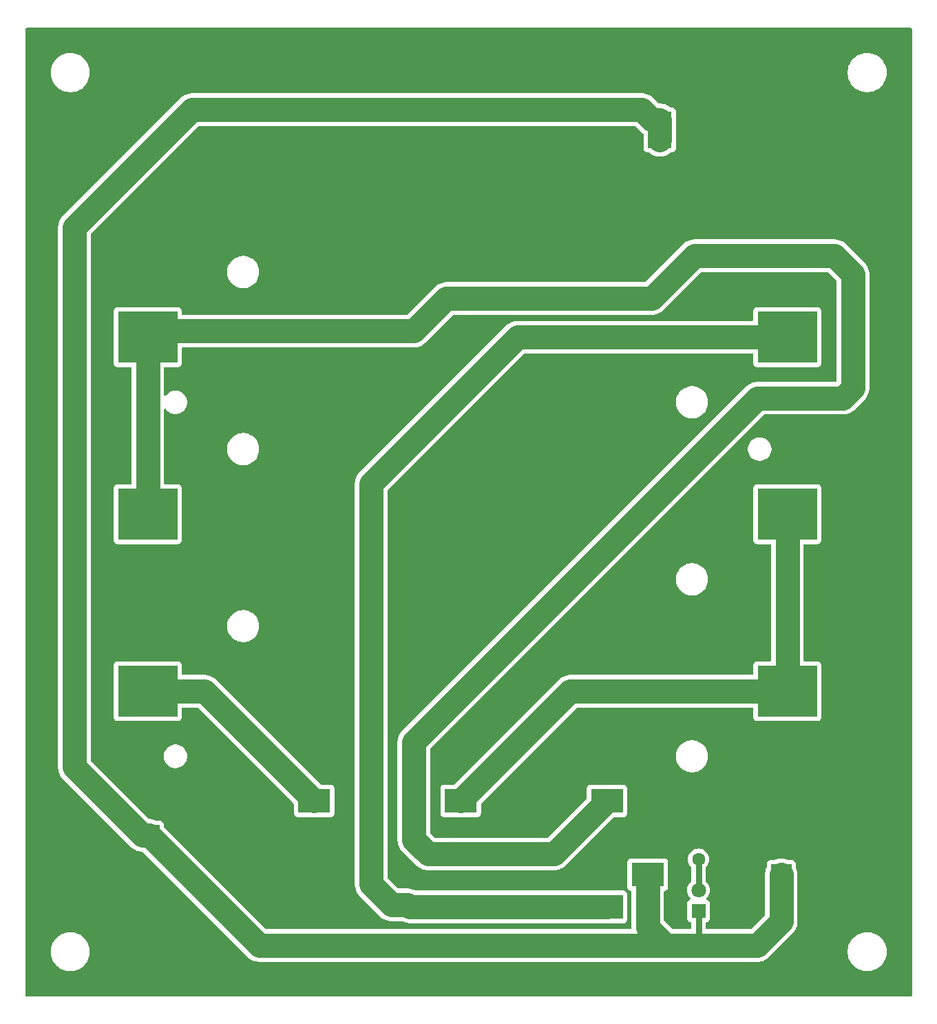
<source format=gbr>
%TF.GenerationSoftware,KiCad,Pcbnew,8.0.5*%
%TF.CreationDate,2024-11-10T22:21:36+02:00*%
%TF.ProjectId,PowerBoard,506f7765-7242-46f6-9172-642e6b696361,rev?*%
%TF.SameCoordinates,Original*%
%TF.FileFunction,Copper,L2,Bot*%
%TF.FilePolarity,Positive*%
%FSLAX46Y46*%
G04 Gerber Fmt 4.6, Leading zero omitted, Abs format (unit mm)*
G04 Created by KiCad (PCBNEW 8.0.5) date 2024-11-10 22:21:36*
%MOMM*%
%LPD*%
G01*
G04 APERTURE LIST*
%TA.AperFunction,ComponentPad*%
%ADD10R,2.600000X2.600000*%
%TD*%
%TA.AperFunction,ComponentPad*%
%ADD11C,2.600000*%
%TD*%
%TA.AperFunction,ComponentPad*%
%ADD12R,4.000000X3.000000*%
%TD*%
%TA.AperFunction,ComponentPad*%
%ADD13R,1.800000X1.800000*%
%TD*%
%TA.AperFunction,ComponentPad*%
%ADD14C,1.800000*%
%TD*%
%TA.AperFunction,ComponentPad*%
%ADD15C,1.600000*%
%TD*%
%TA.AperFunction,ComponentPad*%
%ADD16O,1.600000X1.600000*%
%TD*%
%TA.AperFunction,ComponentPad*%
%ADD17R,3.000000X2.000000*%
%TD*%
%TA.AperFunction,SMDPad,CuDef*%
%ADD18R,7.340000X6.350000*%
%TD*%
%TA.AperFunction,Conductor*%
%ADD19C,3.000000*%
%TD*%
%TA.AperFunction,Conductor*%
%ADD20C,0.800000*%
%TD*%
G04 APERTURE END LIST*
D10*
%TO.P,OUUTPUT 12V,1,Pin_1*%
%TO.N,+12V*%
X88195000Y-131705000D03*
D11*
%TO.P,OUUTPUT 12V,2,Pin_2*%
%TO.N,GND*%
X88195000Y-136785000D03*
%TD*%
D10*
%TO.P,INPUT 12V,1,Pin_1*%
%TO.N,+12V*%
X165935000Y-136545000D03*
D11*
%TO.P,INPUT 12V,2,Pin_2*%
%TO.N,GND*%
X165935000Y-131465000D03*
%TD*%
D12*
%TO.P,BMS_3S1,1,B-*%
%TO.N,Net-(BMS_3S1-B-)*%
X144500000Y-140500000D03*
%TO.P,BMS_3S1,2,B1*%
%TO.N,Net-(BMS_3S1-B1)*%
X144500000Y-127500000D03*
%TO.P,BMS_3S1,3,B2*%
%TO.N,Net-(BMS_3S1-B2)*%
X126500000Y-127500000D03*
%TO.P,BMS_3S1,4,B+*%
%TO.N,Net-(BMS_3S1-B+)*%
X108500000Y-127500000D03*
%TO.P,BMS_3S1,5,P-*%
%TO.N,GND*%
X149500000Y-131460000D03*
%TO.P,BMS_3S1,6,P+*%
%TO.N,+12V*%
X149500000Y-136540000D03*
%TD*%
D13*
%TO.P,D1,1,A*%
%TO.N,+12V*%
X155750000Y-141000000D03*
D14*
%TO.P,D1,2,K*%
%TO.N,Net-(D1-K)*%
X155750000Y-138460000D03*
%TD*%
D15*
%TO.P,R1,1*%
%TO.N,Net-(D1-K)*%
X155750000Y-134645000D03*
D16*
%TO.P,R1,2*%
%TO.N,GND*%
X155750000Y-127025000D03*
%TD*%
D17*
%TO.P,DC_DC_STEP_DWON_12V-5V1,1,in+*%
%TO.N,+12V*%
X151000000Y-43800000D03*
X151000000Y-46300000D03*
%TO.P,DC_DC_STEP_DWON_12V-5V1,2,in-*%
%TO.N,GND*%
X151000000Y-53700000D03*
X151000000Y-56200000D03*
%TD*%
D18*
%TO.P,BT3,1,+*%
%TO.N,Net-(BMS_3S1-B+)*%
X88020000Y-114000000D03*
%TO.P,BT3,2,-*%
%TO.N,Net-(BMS_3S1-B2)*%
X166680000Y-114000000D03*
%TD*%
%TO.P,BT2,1,+*%
%TO.N,Net-(BMS_3S1-B2)*%
X166680000Y-92250000D03*
%TO.P,BT2,2,-*%
%TO.N,Net-(BMS_3S1-B1)*%
X88020000Y-92250000D03*
%TD*%
%TO.P,BT1,1,+*%
%TO.N,Net-(BMS_3S1-B1)*%
X88020000Y-70500000D03*
%TO.P,BT1,2,-*%
%TO.N,Net-(BMS_3S1-B-)*%
X166680000Y-70500000D03*
%TD*%
D19*
%TO.N,Net-(BMS_3S1-B1)*%
X138000000Y-134000000D02*
X144500000Y-127500000D01*
X163000000Y-78000000D02*
X120750000Y-120250000D01*
X88020000Y-92250000D02*
X88020000Y-70500000D01*
X174750000Y-76750000D02*
X173500000Y-78000000D01*
X172500000Y-60500000D02*
X174750000Y-62750000D01*
X174750000Y-62750000D02*
X174750000Y-76750000D01*
X120750000Y-69750000D02*
X124750000Y-65750000D01*
X122500000Y-134000000D02*
X138000000Y-134000000D01*
X120750000Y-120250000D02*
X120750000Y-132250000D01*
X88020000Y-70500000D02*
X88770000Y-69750000D01*
X120750000Y-132250000D02*
X122500000Y-134000000D01*
X124750000Y-65750000D02*
X150000000Y-65750000D01*
X150000000Y-65750000D02*
X155250000Y-60500000D01*
X155250000Y-60500000D02*
X172500000Y-60500000D01*
X173500000Y-78000000D02*
X163000000Y-78000000D01*
X88770000Y-69750000D02*
X120750000Y-69750000D01*
%TO.N,Net-(BMS_3S1-B-)*%
X118000000Y-140250000D02*
X120000000Y-140250000D01*
X120000000Y-140250000D02*
X120250000Y-140500000D01*
X115500000Y-137750000D02*
X118000000Y-140250000D01*
X166680000Y-70500000D02*
X133500000Y-70500000D01*
X120250000Y-140500000D02*
X144500000Y-140500000D01*
X115500000Y-88500000D02*
X115500000Y-137750000D01*
X133500000Y-70500000D02*
X115500000Y-88500000D01*
%TO.N,Net-(BMS_3S1-B2)*%
X126500000Y-127500000D02*
X140000000Y-114000000D01*
X166680000Y-92250000D02*
X166680000Y-114000000D01*
X140000000Y-114000000D02*
X166680000Y-114000000D01*
%TO.N,Net-(BMS_3S1-B+)*%
X88020000Y-114000000D02*
X95000000Y-114000000D01*
X95000000Y-114000000D02*
X108500000Y-127500000D01*
%TO.N,+12V*%
X151750000Y-145250000D02*
X154000000Y-145250000D01*
X165935000Y-142315000D02*
X165935000Y-136545000D01*
X101740000Y-145250000D02*
X154000000Y-145250000D01*
X151000000Y-46300000D02*
X151000000Y-43800000D01*
X163000000Y-145250000D02*
X165935000Y-142315000D01*
X156500000Y-145250000D02*
X163000000Y-145250000D01*
X148800000Y-42550000D02*
X150050000Y-43800000D01*
X149500000Y-136540000D02*
X149500000Y-143000000D01*
X79000000Y-57000000D02*
X79000000Y-123347359D01*
X149500000Y-143000000D02*
X151750000Y-145250000D01*
X93450000Y-42550000D02*
X148800000Y-42550000D01*
X150050000Y-43800000D02*
X151000000Y-43800000D01*
D20*
X155750000Y-144500000D02*
X156500000Y-145250000D01*
D19*
X154000000Y-145250000D02*
X156500000Y-145250000D01*
X79000000Y-123347359D02*
X87357641Y-131705000D01*
X79000000Y-57000000D02*
X93450000Y-42550000D01*
D20*
X155750000Y-141000000D02*
X155750000Y-144500000D01*
D19*
X87357641Y-131705000D02*
X88195000Y-131705000D01*
X88195000Y-131705000D02*
X101740000Y-145250000D01*
D20*
%TO.N,Net-(D1-K)*%
X155750000Y-138460000D02*
X155750000Y-134645000D01*
%TD*%
%TA.AperFunction,Conductor*%
%TO.N,GND*%
G36*
X181942539Y-32520185D02*
G01*
X181988294Y-32572989D01*
X181999500Y-32624500D01*
X181999500Y-151375500D01*
X181979815Y-151442539D01*
X181927011Y-151488294D01*
X181875500Y-151499500D01*
X73124500Y-151499500D01*
X73057461Y-151479815D01*
X73011706Y-151427011D01*
X73000500Y-151375500D01*
X73000500Y-145865186D01*
X76099500Y-145865186D01*
X76099500Y-146134813D01*
X76129686Y-146402719D01*
X76129688Y-146402731D01*
X76189684Y-146665594D01*
X76189687Y-146665602D01*
X76278734Y-146920082D01*
X76395714Y-147162994D01*
X76395716Y-147162997D01*
X76539162Y-147391289D01*
X76707266Y-147602085D01*
X76897915Y-147792734D01*
X77108711Y-147960838D01*
X77337003Y-148104284D01*
X77579921Y-148221267D01*
X77771049Y-148288145D01*
X77834397Y-148310312D01*
X77834405Y-148310315D01*
X77834408Y-148310315D01*
X77834409Y-148310316D01*
X78097268Y-148370312D01*
X78365187Y-148400499D01*
X78365188Y-148400500D01*
X78365191Y-148400500D01*
X78634812Y-148400500D01*
X78634812Y-148400499D01*
X78902732Y-148370312D01*
X79165591Y-148310316D01*
X79420079Y-148221267D01*
X79662997Y-148104284D01*
X79891289Y-147960838D01*
X80102085Y-147792734D01*
X80292734Y-147602085D01*
X80460838Y-147391289D01*
X80604284Y-147162997D01*
X80721267Y-146920079D01*
X80810316Y-146665591D01*
X80870312Y-146402732D01*
X80900500Y-146134809D01*
X80900500Y-145865191D01*
X80870312Y-145597268D01*
X80810316Y-145334409D01*
X80721267Y-145079921D01*
X80604284Y-144837003D01*
X80460838Y-144608711D01*
X80292734Y-144397915D01*
X80102085Y-144207266D01*
X79891289Y-144039162D01*
X79662997Y-143895716D01*
X79662994Y-143895714D01*
X79420082Y-143778734D01*
X79165602Y-143689687D01*
X79165594Y-143689684D01*
X78968446Y-143644687D01*
X78902732Y-143629688D01*
X78902728Y-143629687D01*
X78902719Y-143629686D01*
X78634813Y-143599500D01*
X78634809Y-143599500D01*
X78365191Y-143599500D01*
X78365186Y-143599500D01*
X78097280Y-143629686D01*
X78097268Y-143629688D01*
X77834405Y-143689684D01*
X77834397Y-143689687D01*
X77579917Y-143778734D01*
X77337005Y-143895714D01*
X77108712Y-144039161D01*
X76897915Y-144207265D01*
X76707265Y-144397915D01*
X76539161Y-144608712D01*
X76395714Y-144837005D01*
X76278734Y-145079917D01*
X76189687Y-145334397D01*
X76189684Y-145334405D01*
X76129688Y-145597268D01*
X76129686Y-145597280D01*
X76099500Y-145865186D01*
X73000500Y-145865186D01*
X73000500Y-56868872D01*
X76999500Y-56868872D01*
X76999500Y-123478486D01*
X77016615Y-123608477D01*
X77016615Y-123608478D01*
X77033728Y-123738473D01*
X77088182Y-123941698D01*
X77101599Y-123991771D01*
X77101600Y-123991774D01*
X77201954Y-124234049D01*
X77201958Y-124234059D01*
X77333073Y-124461157D01*
X77333076Y-124461162D01*
X77402388Y-124551490D01*
X77492715Y-124669208D01*
X77492721Y-124669215D01*
X86035782Y-133212276D01*
X86035787Y-133212280D01*
X86035790Y-133212283D01*
X86081465Y-133247330D01*
X86081466Y-133247332D01*
X86243838Y-133371924D01*
X86464099Y-133499091D01*
X86470944Y-133503043D01*
X86713222Y-133603398D01*
X86966525Y-133671271D01*
X87096523Y-133688385D01*
X87226521Y-133705500D01*
X87315004Y-133705500D01*
X87382043Y-133725185D01*
X87402685Y-133741819D01*
X100418143Y-146757278D01*
X100418150Y-146757284D01*
X100535868Y-146847611D01*
X100535869Y-146847612D01*
X100626186Y-146916916D01*
X100626189Y-146916918D01*
X100626197Y-146916924D01*
X100762460Y-146995595D01*
X100853299Y-147048041D01*
X100853314Y-147048048D01*
X100957721Y-147091294D01*
X101095581Y-147148398D01*
X101348885Y-147216271D01*
X101461766Y-147231130D01*
X101461767Y-147231131D01*
X101461768Y-147231131D01*
X101608880Y-147250500D01*
X163131113Y-147250500D01*
X163131120Y-147250500D01*
X163261118Y-147233385D01*
X163391116Y-147216271D01*
X163644419Y-147148398D01*
X163886697Y-147048043D01*
X164113803Y-146916924D01*
X164204131Y-146847611D01*
X164321851Y-146757283D01*
X165213948Y-145865186D01*
X174099500Y-145865186D01*
X174099500Y-146134813D01*
X174129686Y-146402719D01*
X174129688Y-146402731D01*
X174189684Y-146665594D01*
X174189687Y-146665602D01*
X174278734Y-146920082D01*
X174395714Y-147162994D01*
X174395716Y-147162997D01*
X174539162Y-147391289D01*
X174707266Y-147602085D01*
X174897915Y-147792734D01*
X175108711Y-147960838D01*
X175337003Y-148104284D01*
X175579921Y-148221267D01*
X175771049Y-148288145D01*
X175834397Y-148310312D01*
X175834405Y-148310315D01*
X175834408Y-148310315D01*
X175834409Y-148310316D01*
X176097268Y-148370312D01*
X176365187Y-148400499D01*
X176365188Y-148400500D01*
X176365191Y-148400500D01*
X176634812Y-148400500D01*
X176634812Y-148400499D01*
X176902732Y-148370312D01*
X177165591Y-148310316D01*
X177420079Y-148221267D01*
X177662997Y-148104284D01*
X177891289Y-147960838D01*
X178102085Y-147792734D01*
X178292734Y-147602085D01*
X178460838Y-147391289D01*
X178604284Y-147162997D01*
X178721267Y-146920079D01*
X178810316Y-146665591D01*
X178870312Y-146402732D01*
X178900500Y-146134809D01*
X178900500Y-145865191D01*
X178870312Y-145597268D01*
X178810316Y-145334409D01*
X178721267Y-145079921D01*
X178604284Y-144837003D01*
X178460838Y-144608711D01*
X178292734Y-144397915D01*
X178102085Y-144207266D01*
X177891289Y-144039162D01*
X177662997Y-143895716D01*
X177662994Y-143895714D01*
X177420082Y-143778734D01*
X177165602Y-143689687D01*
X177165594Y-143689684D01*
X176968446Y-143644687D01*
X176902732Y-143629688D01*
X176902728Y-143629687D01*
X176902719Y-143629686D01*
X176634813Y-143599500D01*
X176634809Y-143599500D01*
X176365191Y-143599500D01*
X176365186Y-143599500D01*
X176097280Y-143629686D01*
X176097268Y-143629688D01*
X175834405Y-143689684D01*
X175834397Y-143689687D01*
X175579917Y-143778734D01*
X175337005Y-143895714D01*
X175108712Y-144039161D01*
X174897915Y-144207265D01*
X174707265Y-144397915D01*
X174539161Y-144608712D01*
X174395714Y-144837005D01*
X174278734Y-145079917D01*
X174189687Y-145334397D01*
X174189684Y-145334405D01*
X174129688Y-145597268D01*
X174129686Y-145597280D01*
X174099500Y-145865186D01*
X165213948Y-145865186D01*
X167442283Y-143636851D01*
X167584157Y-143451957D01*
X167601924Y-143428803D01*
X167733043Y-143201697D01*
X167833398Y-142959419D01*
X167857658Y-142868880D01*
X167901271Y-142706115D01*
X167916131Y-142593232D01*
X167935500Y-142446120D01*
X167935500Y-136413880D01*
X167901270Y-136153884D01*
X167833398Y-135900581D01*
X167832494Y-135898398D01*
X167744938Y-135687019D01*
X167735499Y-135639566D01*
X167735499Y-135197129D01*
X167735498Y-135197123D01*
X167735497Y-135197116D01*
X167729091Y-135137517D01*
X167711926Y-135091496D01*
X167678797Y-135002671D01*
X167678793Y-135002664D01*
X167592547Y-134887455D01*
X167592544Y-134887452D01*
X167477335Y-134801206D01*
X167477328Y-134801202D01*
X167342482Y-134750908D01*
X167342483Y-134750908D01*
X167282883Y-134744501D01*
X167282881Y-134744500D01*
X167282873Y-134744500D01*
X167282865Y-134744500D01*
X166840430Y-134744500D01*
X166792977Y-134735061D01*
X166579419Y-134646602D01*
X166326116Y-134578730D01*
X166268339Y-134571123D01*
X166066127Y-134544500D01*
X166066120Y-134544500D01*
X165803880Y-134544500D01*
X165803872Y-134544500D01*
X165572772Y-134574926D01*
X165543884Y-134578730D01*
X165296567Y-134644998D01*
X165290581Y-134646602D01*
X165290565Y-134646607D01*
X165077019Y-134735061D01*
X165029567Y-134744500D01*
X164587129Y-134744500D01*
X164587123Y-134744501D01*
X164527516Y-134750908D01*
X164392671Y-134801202D01*
X164392664Y-134801206D01*
X164277455Y-134887452D01*
X164277452Y-134887455D01*
X164191206Y-135002664D01*
X164191202Y-135002671D01*
X164140908Y-135137517D01*
X164134501Y-135197116D01*
X164134501Y-135197123D01*
X164134500Y-135197135D01*
X164134500Y-135639568D01*
X164125061Y-135687021D01*
X164036605Y-135900571D01*
X164036602Y-135900581D01*
X163968730Y-136153885D01*
X163934500Y-136413872D01*
X163934500Y-141435004D01*
X163914815Y-141502043D01*
X163898181Y-141522685D01*
X162207685Y-143213181D01*
X162146362Y-143246666D01*
X162120004Y-143249500D01*
X156774500Y-143249500D01*
X156707461Y-143229815D01*
X156661706Y-143177011D01*
X156650500Y-143125500D01*
X156650500Y-142516976D01*
X156670185Y-142449937D01*
X156722989Y-142404182D01*
X156750135Y-142396736D01*
X156749932Y-142395876D01*
X156757479Y-142394092D01*
X156757481Y-142394091D01*
X156757483Y-142394091D01*
X156892331Y-142343796D01*
X157007546Y-142257546D01*
X157093796Y-142142331D01*
X157144091Y-142007483D01*
X157150500Y-141947873D01*
X157150499Y-140052128D01*
X157144091Y-139992517D01*
X157093796Y-139857669D01*
X157093795Y-139857668D01*
X157093793Y-139857664D01*
X157007547Y-139742455D01*
X157007544Y-139742452D01*
X156892335Y-139656206D01*
X156892328Y-139656202D01*
X156812094Y-139626277D01*
X156756160Y-139584406D01*
X156731743Y-139518941D01*
X156746595Y-139450668D01*
X156764190Y-139426121D01*
X156858979Y-139323153D01*
X156985924Y-139128849D01*
X157079157Y-138916300D01*
X157136134Y-138691305D01*
X157140659Y-138636697D01*
X157155300Y-138460006D01*
X157155300Y-138459993D01*
X157136135Y-138228702D01*
X157136133Y-138228691D01*
X157079157Y-138003699D01*
X156985924Y-137791151D01*
X156858983Y-137596852D01*
X156858980Y-137596849D01*
X156858979Y-137596847D01*
X156701784Y-137426087D01*
X156698336Y-137423403D01*
X156657524Y-137366692D01*
X156650500Y-137325551D01*
X156650500Y-135635048D01*
X156670185Y-135568009D01*
X156686814Y-135547371D01*
X156750047Y-135484139D01*
X156880568Y-135297734D01*
X156976739Y-135091496D01*
X157035635Y-134871692D01*
X157055468Y-134645000D01*
X157035635Y-134418308D01*
X156976739Y-134198504D01*
X156880568Y-133992266D01*
X156750047Y-133805861D01*
X156750045Y-133805858D01*
X156589141Y-133644954D01*
X156402734Y-133514432D01*
X156402732Y-133514431D01*
X156196497Y-133418261D01*
X156196488Y-133418258D01*
X155976697Y-133359366D01*
X155976693Y-133359365D01*
X155976692Y-133359365D01*
X155976691Y-133359364D01*
X155976686Y-133359364D01*
X155750002Y-133339532D01*
X155749998Y-133339532D01*
X155523313Y-133359364D01*
X155523302Y-133359366D01*
X155303511Y-133418258D01*
X155303502Y-133418261D01*
X155097267Y-133514431D01*
X155097265Y-133514432D01*
X154910858Y-133644954D01*
X154749954Y-133805858D01*
X154619432Y-133992265D01*
X154619431Y-133992267D01*
X154523261Y-134198502D01*
X154523258Y-134198511D01*
X154464366Y-134418302D01*
X154464364Y-134418313D01*
X154444532Y-134644998D01*
X154444532Y-134645001D01*
X154464364Y-134871686D01*
X154464366Y-134871697D01*
X154523258Y-135091488D01*
X154523261Y-135091497D01*
X154619431Y-135297732D01*
X154619432Y-135297734D01*
X154749951Y-135484137D01*
X154749952Y-135484138D01*
X154749953Y-135484139D01*
X154813182Y-135547368D01*
X154846666Y-135608689D01*
X154849500Y-135635048D01*
X154849500Y-137325551D01*
X154829815Y-137392590D01*
X154801664Y-137423403D01*
X154798219Y-137426084D01*
X154641016Y-137596852D01*
X154514075Y-137791151D01*
X154420842Y-138003699D01*
X154363866Y-138228691D01*
X154363864Y-138228702D01*
X154344700Y-138459993D01*
X154344700Y-138460006D01*
X154363864Y-138691297D01*
X154363866Y-138691308D01*
X154420842Y-138916300D01*
X154514075Y-139128848D01*
X154641016Y-139323147D01*
X154641019Y-139323151D01*
X154641021Y-139323153D01*
X154735803Y-139426114D01*
X154766724Y-139488767D01*
X154758864Y-139558193D01*
X154714716Y-139612348D01*
X154687906Y-139626277D01*
X154607669Y-139656203D01*
X154607664Y-139656206D01*
X154492455Y-139742452D01*
X154492452Y-139742455D01*
X154406206Y-139857664D01*
X154406202Y-139857671D01*
X154355908Y-139992517D01*
X154349501Y-140052116D01*
X154349501Y-140052123D01*
X154349500Y-140052135D01*
X154349500Y-141947870D01*
X154349501Y-141947876D01*
X154355908Y-142007483D01*
X154406202Y-142142328D01*
X154406206Y-142142335D01*
X154492452Y-142257544D01*
X154492455Y-142257547D01*
X154607664Y-142343793D01*
X154607671Y-142343797D01*
X154742517Y-142394091D01*
X154750062Y-142395874D01*
X154749523Y-142398151D01*
X154803287Y-142420408D01*
X154843147Y-142477793D01*
X154849500Y-142516975D01*
X154849500Y-143125500D01*
X154829815Y-143192539D01*
X154777011Y-143238294D01*
X154725500Y-143249500D01*
X152629996Y-143249500D01*
X152562957Y-143229815D01*
X152542315Y-143213181D01*
X151536819Y-142207685D01*
X151503334Y-142146362D01*
X151500500Y-142120004D01*
X151500500Y-138656976D01*
X151520185Y-138589937D01*
X151572989Y-138544182D01*
X151600135Y-138536736D01*
X151599932Y-138535876D01*
X151607479Y-138534092D01*
X151607481Y-138534091D01*
X151607483Y-138534091D01*
X151742331Y-138483796D01*
X151857546Y-138397546D01*
X151943796Y-138282331D01*
X151994091Y-138147483D01*
X152000500Y-138087873D01*
X152000499Y-134992128D01*
X151994091Y-134932517D01*
X151945114Y-134801204D01*
X151943797Y-134797671D01*
X151943793Y-134797664D01*
X151857547Y-134682455D01*
X151857544Y-134682452D01*
X151742335Y-134596206D01*
X151742328Y-134596202D01*
X151607482Y-134545908D01*
X151607483Y-134545908D01*
X151547883Y-134539501D01*
X151547881Y-134539500D01*
X151547873Y-134539500D01*
X149631123Y-134539500D01*
X149631120Y-134539500D01*
X149368880Y-134539500D01*
X149368875Y-134539500D01*
X147452129Y-134539500D01*
X147452123Y-134539501D01*
X147392516Y-134545908D01*
X147257671Y-134596202D01*
X147257664Y-134596206D01*
X147142455Y-134682452D01*
X147142452Y-134682455D01*
X147056206Y-134797664D01*
X147056202Y-134797671D01*
X147005908Y-134932517D01*
X146999501Y-134992116D01*
X146999501Y-134992123D01*
X146999500Y-134992135D01*
X146999500Y-138087870D01*
X146999501Y-138087876D01*
X147005908Y-138147483D01*
X147056202Y-138282328D01*
X147056206Y-138282335D01*
X147142452Y-138397544D01*
X147142455Y-138397547D01*
X147257664Y-138483793D01*
X147257671Y-138483797D01*
X147392517Y-138534091D01*
X147400062Y-138535874D01*
X147399523Y-138538151D01*
X147453287Y-138560408D01*
X147493147Y-138617793D01*
X147499500Y-138656975D01*
X147499500Y-143125500D01*
X147479815Y-143192539D01*
X147427011Y-143238294D01*
X147375500Y-143249500D01*
X102619996Y-143249500D01*
X102552957Y-143229815D01*
X102532315Y-143213181D01*
X90031818Y-130712684D01*
X89998333Y-130651361D01*
X89995499Y-130625003D01*
X89995499Y-130357129D01*
X89995498Y-130357123D01*
X89989091Y-130297516D01*
X89938797Y-130162671D01*
X89938793Y-130162664D01*
X89852547Y-130047455D01*
X89852544Y-130047452D01*
X89737335Y-129961206D01*
X89737328Y-129961202D01*
X89602482Y-129910908D01*
X89602483Y-129910908D01*
X89542883Y-129904501D01*
X89542881Y-129904500D01*
X89542873Y-129904500D01*
X89542865Y-129904500D01*
X89100430Y-129904500D01*
X89052977Y-129895061D01*
X88839419Y-129806602D01*
X88586112Y-129738728D01*
X88456118Y-129721615D01*
X88326127Y-129704500D01*
X88326120Y-129704500D01*
X88237637Y-129704500D01*
X88170598Y-129684815D01*
X88149956Y-129668181D01*
X81036819Y-122555044D01*
X81003334Y-122493721D01*
X81000500Y-122467363D01*
X81000500Y-121886231D01*
X89974500Y-121886231D01*
X89974500Y-122113768D01*
X90010093Y-122338490D01*
X90080400Y-122554876D01*
X90080401Y-122554879D01*
X90183697Y-122757607D01*
X90317434Y-122941680D01*
X90478320Y-123102566D01*
X90662393Y-123236303D01*
X90761825Y-123286966D01*
X90865120Y-123339598D01*
X90865123Y-123339599D01*
X90973316Y-123374752D01*
X91081511Y-123409907D01*
X91185591Y-123426391D01*
X91306232Y-123445500D01*
X91306237Y-123445500D01*
X91533768Y-123445500D01*
X91642710Y-123428244D01*
X91758489Y-123409907D01*
X91974879Y-123339598D01*
X92177607Y-123236303D01*
X92361680Y-123102566D01*
X92522566Y-122941680D01*
X92656303Y-122757607D01*
X92759598Y-122554879D01*
X92829907Y-122338489D01*
X92848244Y-122222710D01*
X92865500Y-122113768D01*
X92865500Y-121886231D01*
X92844793Y-121755499D01*
X92829907Y-121661511D01*
X92759598Y-121445121D01*
X92759598Y-121445120D01*
X92656302Y-121242392D01*
X92522566Y-121058320D01*
X92361680Y-120897434D01*
X92177607Y-120763697D01*
X91974879Y-120660401D01*
X91974876Y-120660400D01*
X91758490Y-120590093D01*
X91533768Y-120554500D01*
X91533763Y-120554500D01*
X91306237Y-120554500D01*
X91306232Y-120554500D01*
X91081509Y-120590093D01*
X90865123Y-120660400D01*
X90865120Y-120660401D01*
X90662392Y-120763697D01*
X90557372Y-120839998D01*
X90478320Y-120897434D01*
X90478318Y-120897436D01*
X90478317Y-120897436D01*
X90317436Y-121058317D01*
X90317436Y-121058318D01*
X90317434Y-121058320D01*
X90302675Y-121078634D01*
X90183697Y-121242392D01*
X90080401Y-121445120D01*
X90080400Y-121445123D01*
X90010093Y-121661509D01*
X89974500Y-121886231D01*
X81000500Y-121886231D01*
X81000500Y-110777135D01*
X83849500Y-110777135D01*
X83849500Y-117222870D01*
X83849501Y-117222876D01*
X83855908Y-117282483D01*
X83906202Y-117417328D01*
X83906206Y-117417335D01*
X83992452Y-117532544D01*
X83992455Y-117532547D01*
X84107664Y-117618793D01*
X84107671Y-117618797D01*
X84242517Y-117669091D01*
X84242516Y-117669091D01*
X84249444Y-117669835D01*
X84302127Y-117675500D01*
X91737872Y-117675499D01*
X91797483Y-117669091D01*
X91932331Y-117618796D01*
X92047546Y-117532546D01*
X92133796Y-117417331D01*
X92184091Y-117282483D01*
X92190500Y-117222873D01*
X92190500Y-116124500D01*
X92210185Y-116057461D01*
X92262989Y-116011706D01*
X92314500Y-116000500D01*
X94120004Y-116000500D01*
X94187043Y-116020185D01*
X94207685Y-116036819D01*
X105963181Y-127792315D01*
X105996666Y-127853638D01*
X105999500Y-127879996D01*
X105999500Y-129047870D01*
X105999501Y-129047876D01*
X106005908Y-129107483D01*
X106056202Y-129242328D01*
X106056206Y-129242335D01*
X106142452Y-129357544D01*
X106142455Y-129357547D01*
X106257664Y-129443793D01*
X106257671Y-129443797D01*
X106392517Y-129494091D01*
X106392516Y-129494091D01*
X106399444Y-129494835D01*
X106452127Y-129500500D01*
X110547872Y-129500499D01*
X110607483Y-129494091D01*
X110742331Y-129443796D01*
X110857546Y-129357546D01*
X110943796Y-129242331D01*
X110994091Y-129107483D01*
X111000500Y-129047873D01*
X111000499Y-125952128D01*
X110994091Y-125892517D01*
X110943796Y-125757669D01*
X110943795Y-125757668D01*
X110943793Y-125757664D01*
X110857547Y-125642455D01*
X110857544Y-125642452D01*
X110742335Y-125556206D01*
X110742328Y-125556202D01*
X110607482Y-125505908D01*
X110607483Y-125505908D01*
X110547883Y-125499501D01*
X110547881Y-125499500D01*
X110547873Y-125499500D01*
X110547865Y-125499500D01*
X109379996Y-125499500D01*
X109312957Y-125479815D01*
X109292315Y-125463181D01*
X96321856Y-112492721D01*
X96321849Y-112492715D01*
X96204131Y-112402388D01*
X96204130Y-112402387D01*
X96113803Y-112333075D01*
X95886700Y-112201958D01*
X95886690Y-112201954D01*
X95644419Y-112101602D01*
X95391112Y-112033728D01*
X95261118Y-112016615D01*
X95131127Y-111999500D01*
X95131120Y-111999500D01*
X92314499Y-111999500D01*
X92247460Y-111979815D01*
X92201705Y-111927011D01*
X92190499Y-111875500D01*
X92190499Y-110777129D01*
X92190498Y-110777123D01*
X92190497Y-110777116D01*
X92184091Y-110717517D01*
X92133796Y-110582669D01*
X92133795Y-110582668D01*
X92133793Y-110582664D01*
X92047547Y-110467455D01*
X92047544Y-110467452D01*
X91932335Y-110381206D01*
X91932328Y-110381202D01*
X91797482Y-110330908D01*
X91797483Y-110330908D01*
X91737883Y-110324501D01*
X91737881Y-110324500D01*
X91737873Y-110324500D01*
X91737864Y-110324500D01*
X84302129Y-110324500D01*
X84302123Y-110324501D01*
X84242516Y-110330908D01*
X84107671Y-110381202D01*
X84107664Y-110381206D01*
X83992455Y-110467452D01*
X83992452Y-110467455D01*
X83906206Y-110582664D01*
X83906202Y-110582671D01*
X83855908Y-110717517D01*
X83849501Y-110777116D01*
X83849501Y-110777123D01*
X83849500Y-110777135D01*
X81000500Y-110777135D01*
X81000500Y-105870525D01*
X97774500Y-105870525D01*
X97774500Y-106129474D01*
X97774501Y-106129491D01*
X97808299Y-106386217D01*
X97808300Y-106386222D01*
X97808301Y-106386228D01*
X97808302Y-106386230D01*
X97875324Y-106636364D01*
X97974423Y-106875609D01*
X97974427Y-106875619D01*
X98103906Y-107099883D01*
X98261551Y-107305331D01*
X98261557Y-107305338D01*
X98444661Y-107488442D01*
X98444668Y-107488448D01*
X98650116Y-107646093D01*
X98874380Y-107775572D01*
X98874381Y-107775572D01*
X98874384Y-107775574D01*
X99113634Y-107874675D01*
X99363772Y-107941699D01*
X99620519Y-107975500D01*
X99620526Y-107975500D01*
X99879474Y-107975500D01*
X99879481Y-107975500D01*
X100136228Y-107941699D01*
X100386366Y-107874675D01*
X100625616Y-107775574D01*
X100849884Y-107646093D01*
X101055333Y-107488447D01*
X101238447Y-107305333D01*
X101396093Y-107099884D01*
X101525574Y-106875616D01*
X101624675Y-106636366D01*
X101691699Y-106386228D01*
X101725500Y-106129481D01*
X101725500Y-105870519D01*
X101691699Y-105613772D01*
X101624675Y-105363634D01*
X101525574Y-105124384D01*
X101396093Y-104900116D01*
X101238447Y-104694667D01*
X101238442Y-104694661D01*
X101055338Y-104511557D01*
X101055331Y-104511551D01*
X100849883Y-104353906D01*
X100625619Y-104224427D01*
X100625609Y-104224423D01*
X100386364Y-104125324D01*
X100261297Y-104091813D01*
X100136228Y-104058301D01*
X100136222Y-104058300D01*
X100136217Y-104058299D01*
X99879491Y-104024501D01*
X99879486Y-104024500D01*
X99879481Y-104024500D01*
X99620519Y-104024500D01*
X99620513Y-104024500D01*
X99620508Y-104024501D01*
X99363782Y-104058299D01*
X99363775Y-104058300D01*
X99363772Y-104058301D01*
X99310908Y-104072465D01*
X99113635Y-104125324D01*
X98874390Y-104224423D01*
X98874380Y-104224427D01*
X98650116Y-104353906D01*
X98444668Y-104511551D01*
X98444661Y-104511557D01*
X98261557Y-104694661D01*
X98261551Y-104694668D01*
X98103906Y-104900116D01*
X97974427Y-105124380D01*
X97974423Y-105124390D01*
X97875324Y-105363635D01*
X97808302Y-105613769D01*
X97808299Y-105613782D01*
X97774501Y-105870508D01*
X97774500Y-105870525D01*
X81000500Y-105870525D01*
X81000500Y-67277135D01*
X83849500Y-67277135D01*
X83849500Y-73722870D01*
X83849501Y-73722876D01*
X83855908Y-73782483D01*
X83906202Y-73917328D01*
X83906206Y-73917335D01*
X83992452Y-74032544D01*
X83992455Y-74032547D01*
X84107664Y-74118793D01*
X84107671Y-74118797D01*
X84242517Y-74169091D01*
X84242516Y-74169091D01*
X84249444Y-74169835D01*
X84302127Y-74175500D01*
X85895500Y-74175499D01*
X85962539Y-74195184D01*
X86008294Y-74247987D01*
X86019500Y-74299499D01*
X86019500Y-88450500D01*
X85999815Y-88517539D01*
X85947011Y-88563294D01*
X85895500Y-88574500D01*
X84302129Y-88574500D01*
X84302123Y-88574501D01*
X84242516Y-88580908D01*
X84107671Y-88631202D01*
X84107664Y-88631206D01*
X83992455Y-88717452D01*
X83992452Y-88717455D01*
X83906206Y-88832664D01*
X83906202Y-88832671D01*
X83855908Y-88967517D01*
X83849501Y-89027116D01*
X83849501Y-89027123D01*
X83849500Y-89027135D01*
X83849500Y-95472870D01*
X83849501Y-95472876D01*
X83855908Y-95532483D01*
X83906202Y-95667328D01*
X83906206Y-95667335D01*
X83992452Y-95782544D01*
X83992455Y-95782547D01*
X84107664Y-95868793D01*
X84107671Y-95868797D01*
X84242517Y-95919091D01*
X84242516Y-95919091D01*
X84249444Y-95919835D01*
X84302127Y-95925500D01*
X91737872Y-95925499D01*
X91797483Y-95919091D01*
X91932331Y-95868796D01*
X92047546Y-95782546D01*
X92133796Y-95667331D01*
X92184091Y-95532483D01*
X92190500Y-95472873D01*
X92190499Y-89027128D01*
X92184091Y-88967517D01*
X92133796Y-88832669D01*
X92133795Y-88832668D01*
X92133793Y-88832664D01*
X92047547Y-88717455D01*
X92047544Y-88717452D01*
X91932335Y-88631206D01*
X91932328Y-88631202D01*
X91797482Y-88580908D01*
X91797483Y-88580908D01*
X91737883Y-88574501D01*
X91737881Y-88574500D01*
X91737873Y-88574500D01*
X91737865Y-88574500D01*
X90144500Y-88574500D01*
X90077461Y-88554815D01*
X90031706Y-88502011D01*
X90020500Y-88450500D01*
X90020500Y-88368872D01*
X113499500Y-88368872D01*
X113499500Y-137881127D01*
X113513620Y-137988377D01*
X113515638Y-138003700D01*
X113533729Y-138141116D01*
X113586777Y-138339091D01*
X113601602Y-138394419D01*
X113601603Y-138394423D01*
X113601604Y-138394424D01*
X113601605Y-138394428D01*
X113701953Y-138636690D01*
X113701958Y-138636700D01*
X113833072Y-138863796D01*
X113833084Y-138863815D01*
X113868700Y-138910228D01*
X113868701Y-138910231D01*
X113868702Y-138910231D01*
X113992715Y-139071849D01*
X113992721Y-139071856D01*
X116678143Y-141757278D01*
X116678150Y-141757284D01*
X116762295Y-141821850D01*
X116762296Y-141821852D01*
X116886199Y-141916926D01*
X116886201Y-141916927D01*
X117043050Y-142007483D01*
X117043051Y-142007483D01*
X117113303Y-142048043D01*
X117355581Y-142148398D01*
X117608884Y-142216271D01*
X117730853Y-142232328D01*
X117806831Y-142242331D01*
X117868880Y-142250500D01*
X119247731Y-142250500D01*
X119309730Y-142267112D01*
X119363303Y-142298043D01*
X119605581Y-142398398D01*
X119858884Y-142466271D01*
X119988882Y-142483385D01*
X120118864Y-142500498D01*
X120118880Y-142500500D01*
X120118887Y-142500500D01*
X144638716Y-142500500D01*
X144638732Y-142500499D01*
X146547871Y-142500499D01*
X146547872Y-142500499D01*
X146607483Y-142494091D01*
X146742331Y-142443796D01*
X146857546Y-142357546D01*
X146943796Y-142242331D01*
X146994091Y-142107483D01*
X147000500Y-142047873D01*
X147000499Y-138952128D01*
X146994091Y-138892517D01*
X146983381Y-138863803D01*
X146943797Y-138757671D01*
X146943793Y-138757664D01*
X146857547Y-138642455D01*
X146857544Y-138642452D01*
X146742335Y-138556206D01*
X146742328Y-138556202D01*
X146607482Y-138505908D01*
X146607483Y-138505908D01*
X146547883Y-138499501D01*
X146547881Y-138499500D01*
X146547873Y-138499500D01*
X146547865Y-138499500D01*
X121002269Y-138499500D01*
X120940269Y-138482887D01*
X120886699Y-138451958D01*
X120886685Y-138451951D01*
X120722032Y-138383750D01*
X120644419Y-138351602D01*
X120644415Y-138351601D01*
X120644413Y-138351600D01*
X120644414Y-138351600D01*
X120621646Y-138345499D01*
X120621646Y-138345500D01*
X120391116Y-138283729D01*
X120391115Y-138283728D01*
X120391112Y-138283728D01*
X120261118Y-138266615D01*
X120131127Y-138249500D01*
X120131120Y-138249500D01*
X118879996Y-138249500D01*
X118812957Y-138229815D01*
X118792315Y-138213181D01*
X117536819Y-136957685D01*
X117503334Y-136896362D01*
X117500500Y-136870004D01*
X117500500Y-89379996D01*
X117520185Y-89312957D01*
X117536819Y-89292315D01*
X128458609Y-78370525D01*
X152974500Y-78370525D01*
X152974500Y-78629474D01*
X152974501Y-78629491D01*
X153008299Y-78886217D01*
X153008300Y-78886222D01*
X153008301Y-78886228D01*
X153008302Y-78886230D01*
X153075324Y-79136364D01*
X153174423Y-79375609D01*
X153174427Y-79375619D01*
X153303906Y-79599883D01*
X153461551Y-79805331D01*
X153461557Y-79805338D01*
X153644661Y-79988442D01*
X153644668Y-79988448D01*
X153850116Y-80146093D01*
X154074380Y-80275572D01*
X154074381Y-80275572D01*
X154074384Y-80275574D01*
X154313634Y-80374675D01*
X154563772Y-80441699D01*
X154820519Y-80475500D01*
X154820526Y-80475500D01*
X155079474Y-80475500D01*
X155079481Y-80475500D01*
X155336228Y-80441699D01*
X155586366Y-80374675D01*
X155825616Y-80275574D01*
X156049884Y-80146093D01*
X156255333Y-79988447D01*
X156438447Y-79805333D01*
X156596093Y-79599884D01*
X156725574Y-79375616D01*
X156824675Y-79136366D01*
X156891699Y-78886228D01*
X156925500Y-78629481D01*
X156925500Y-78370519D01*
X156891699Y-78113772D01*
X156824675Y-77863634D01*
X156725574Y-77624384D01*
X156719270Y-77613466D01*
X156596093Y-77400116D01*
X156438448Y-77194668D01*
X156438442Y-77194661D01*
X156255338Y-77011557D01*
X156255331Y-77011551D01*
X156049883Y-76853906D01*
X155825619Y-76724427D01*
X155825609Y-76724423D01*
X155586364Y-76625324D01*
X155461297Y-76591813D01*
X155336228Y-76558301D01*
X155336222Y-76558300D01*
X155336217Y-76558299D01*
X155079491Y-76524501D01*
X155079486Y-76524500D01*
X155079481Y-76524500D01*
X154820519Y-76524500D01*
X154820513Y-76524500D01*
X154820508Y-76524501D01*
X154563782Y-76558299D01*
X154563775Y-76558300D01*
X154563772Y-76558301D01*
X154510908Y-76572465D01*
X154313635Y-76625324D01*
X154074390Y-76724423D01*
X154074380Y-76724427D01*
X153850116Y-76853906D01*
X153644668Y-77011551D01*
X153644661Y-77011557D01*
X153461557Y-77194661D01*
X153461551Y-77194668D01*
X153303906Y-77400116D01*
X153174427Y-77624380D01*
X153174423Y-77624390D01*
X153075324Y-77863635D01*
X153008302Y-78113769D01*
X153008299Y-78113782D01*
X152974501Y-78370508D01*
X152974500Y-78370525D01*
X128458609Y-78370525D01*
X134292315Y-72536819D01*
X134353638Y-72503334D01*
X134379996Y-72500500D01*
X162385501Y-72500500D01*
X162452540Y-72520185D01*
X162498295Y-72572989D01*
X162509501Y-72624500D01*
X162509501Y-73722876D01*
X162515908Y-73782483D01*
X162566202Y-73917328D01*
X162566206Y-73917335D01*
X162652452Y-74032544D01*
X162652455Y-74032547D01*
X162767664Y-74118793D01*
X162767671Y-74118797D01*
X162902517Y-74169091D01*
X162902516Y-74169091D01*
X162909444Y-74169835D01*
X162962127Y-74175500D01*
X170397872Y-74175499D01*
X170457483Y-74169091D01*
X170592331Y-74118796D01*
X170707546Y-74032546D01*
X170793796Y-73917331D01*
X170844091Y-73782483D01*
X170850500Y-73722873D01*
X170850499Y-67277128D01*
X170844091Y-67217517D01*
X170793796Y-67082669D01*
X170793795Y-67082668D01*
X170793793Y-67082664D01*
X170707547Y-66967455D01*
X170707544Y-66967452D01*
X170592335Y-66881206D01*
X170592328Y-66881202D01*
X170457482Y-66830908D01*
X170457483Y-66830908D01*
X170397883Y-66824501D01*
X170397881Y-66824500D01*
X170397873Y-66824500D01*
X170397864Y-66824500D01*
X162962129Y-66824500D01*
X162962123Y-66824501D01*
X162902516Y-66830908D01*
X162767671Y-66881202D01*
X162767664Y-66881206D01*
X162652455Y-66967452D01*
X162652452Y-66967455D01*
X162566206Y-67082664D01*
X162566202Y-67082671D01*
X162515908Y-67217517D01*
X162509501Y-67277116D01*
X162509501Y-67277123D01*
X162509500Y-67277135D01*
X162509500Y-68375500D01*
X162489815Y-68442539D01*
X162437011Y-68488294D01*
X162385500Y-68499500D01*
X133368872Y-68499500D01*
X133238882Y-68516615D01*
X133238881Y-68516615D01*
X133108887Y-68533728D01*
X132855580Y-68601602D01*
X132613309Y-68701954D01*
X132613299Y-68701958D01*
X132386203Y-68833072D01*
X132386186Y-68833083D01*
X132346806Y-68863302D01*
X132346805Y-68863303D01*
X132178150Y-68992715D01*
X132178143Y-68992721D01*
X113992721Y-87178143D01*
X113992715Y-87178150D01*
X113902388Y-87295868D01*
X113871064Y-87336689D01*
X113833072Y-87386201D01*
X113701958Y-87613299D01*
X113701954Y-87613309D01*
X113601602Y-87855580D01*
X113533728Y-88108887D01*
X113516615Y-88238881D01*
X113516615Y-88238882D01*
X113499500Y-88368872D01*
X90020500Y-88368872D01*
X90020500Y-84120525D01*
X97774500Y-84120525D01*
X97774500Y-84379474D01*
X97774501Y-84379491D01*
X97808299Y-84636217D01*
X97808300Y-84636222D01*
X97808301Y-84636228D01*
X97808302Y-84636230D01*
X97875324Y-84886364D01*
X97974423Y-85125609D01*
X97974427Y-85125619D01*
X98103906Y-85349883D01*
X98261551Y-85555331D01*
X98261557Y-85555338D01*
X98444661Y-85738442D01*
X98444668Y-85738448D01*
X98650116Y-85896093D01*
X98874380Y-86025572D01*
X98874381Y-86025572D01*
X98874384Y-86025574D01*
X99113634Y-86124675D01*
X99363772Y-86191699D01*
X99620519Y-86225500D01*
X99620526Y-86225500D01*
X99879474Y-86225500D01*
X99879481Y-86225500D01*
X100136228Y-86191699D01*
X100386366Y-86124675D01*
X100625616Y-86025574D01*
X100849884Y-85896093D01*
X101055333Y-85738447D01*
X101238447Y-85555333D01*
X101396093Y-85349884D01*
X101525574Y-85125616D01*
X101624675Y-84886366D01*
X101691699Y-84636228D01*
X101725500Y-84379481D01*
X101725500Y-84120519D01*
X101691699Y-83863772D01*
X101624675Y-83613634D01*
X101525574Y-83374384D01*
X101396093Y-83150116D01*
X101394035Y-83147434D01*
X101238448Y-82944668D01*
X101238442Y-82944661D01*
X101055338Y-82761557D01*
X101055331Y-82761551D01*
X100849883Y-82603906D01*
X100625619Y-82474427D01*
X100625609Y-82474423D01*
X100386364Y-82375324D01*
X100261297Y-82341813D01*
X100136228Y-82308301D01*
X100136222Y-82308300D01*
X100136217Y-82308299D01*
X99879491Y-82274501D01*
X99879486Y-82274500D01*
X99879481Y-82274500D01*
X99620519Y-82274500D01*
X99620513Y-82274500D01*
X99620508Y-82274501D01*
X99363782Y-82308299D01*
X99363775Y-82308300D01*
X99363772Y-82308301D01*
X99310908Y-82322465D01*
X99113635Y-82375324D01*
X98874390Y-82474423D01*
X98874380Y-82474427D01*
X98650116Y-82603906D01*
X98444668Y-82761551D01*
X98444661Y-82761557D01*
X98261557Y-82944661D01*
X98261551Y-82944668D01*
X98103906Y-83150116D01*
X97974427Y-83374380D01*
X97974423Y-83374390D01*
X97875324Y-83613635D01*
X97808302Y-83863769D01*
X97808299Y-83863782D01*
X97774501Y-84120508D01*
X97774500Y-84120525D01*
X90020500Y-84120525D01*
X90020500Y-79414618D01*
X90040185Y-79347579D01*
X90092989Y-79301824D01*
X90162147Y-79291880D01*
X90225703Y-79320905D01*
X90244815Y-79341729D01*
X90317434Y-79441680D01*
X90478320Y-79602566D01*
X90662393Y-79736303D01*
X90761825Y-79786966D01*
X90865120Y-79839598D01*
X90865123Y-79839599D01*
X90973316Y-79874752D01*
X91081511Y-79909907D01*
X91185591Y-79926391D01*
X91306232Y-79945500D01*
X91306237Y-79945500D01*
X91533768Y-79945500D01*
X91642710Y-79928244D01*
X91758489Y-79909907D01*
X91974879Y-79839598D01*
X92177607Y-79736303D01*
X92361680Y-79602566D01*
X92522566Y-79441680D01*
X92656303Y-79257607D01*
X92759598Y-79054879D01*
X92829907Y-78838489D01*
X92848244Y-78722710D01*
X92865500Y-78613768D01*
X92865500Y-78386231D01*
X92844793Y-78255499D01*
X92829907Y-78161511D01*
X92759598Y-77945121D01*
X92759598Y-77945120D01*
X92656302Y-77742392D01*
X92522566Y-77558320D01*
X92361680Y-77397434D01*
X92177607Y-77263697D01*
X91974879Y-77160401D01*
X91974876Y-77160400D01*
X91758490Y-77090093D01*
X91533768Y-77054500D01*
X91533763Y-77054500D01*
X91306237Y-77054500D01*
X91306232Y-77054500D01*
X91081509Y-77090093D01*
X90865123Y-77160400D01*
X90865120Y-77160401D01*
X90662392Y-77263697D01*
X90557372Y-77339998D01*
X90478320Y-77397434D01*
X90478318Y-77397436D01*
X90478317Y-77397436D01*
X90317435Y-77558318D01*
X90244818Y-77658267D01*
X90189487Y-77700932D01*
X90119874Y-77706911D01*
X90058079Y-77674305D01*
X90023722Y-77613466D01*
X90020500Y-77585381D01*
X90020500Y-74299499D01*
X90040185Y-74232460D01*
X90092989Y-74186705D01*
X90144500Y-74175499D01*
X91737871Y-74175499D01*
X91737872Y-74175499D01*
X91797483Y-74169091D01*
X91932331Y-74118796D01*
X92047546Y-74032546D01*
X92133796Y-73917331D01*
X92184091Y-73782483D01*
X92190500Y-73722873D01*
X92190500Y-71874500D01*
X92210185Y-71807461D01*
X92262989Y-71761706D01*
X92314500Y-71750500D01*
X120881113Y-71750500D01*
X120881120Y-71750500D01*
X121011118Y-71733385D01*
X121141116Y-71716271D01*
X121394419Y-71648398D01*
X121636697Y-71548043D01*
X121863803Y-71416924D01*
X121954131Y-71347611D01*
X122071851Y-71257283D01*
X125542315Y-67786819D01*
X125603638Y-67753334D01*
X125629996Y-67750500D01*
X150131113Y-67750500D01*
X150131120Y-67750500D01*
X150261118Y-67733385D01*
X150391116Y-67716271D01*
X150644419Y-67648398D01*
X150886697Y-67548043D01*
X151113803Y-67416924D01*
X151204131Y-67347611D01*
X151321851Y-67257283D01*
X156042315Y-62536819D01*
X156103638Y-62503334D01*
X156129996Y-62500500D01*
X171620004Y-62500500D01*
X171687043Y-62520185D01*
X171707685Y-62536819D01*
X172713181Y-63542315D01*
X172746666Y-63603638D01*
X172749500Y-63629996D01*
X172749500Y-75870004D01*
X172729815Y-75937043D01*
X172713181Y-75957685D01*
X172707685Y-75963181D01*
X172646362Y-75996666D01*
X172620004Y-75999500D01*
X162868872Y-75999500D01*
X162738882Y-76016615D01*
X162738881Y-76016615D01*
X162608887Y-76033728D01*
X162355580Y-76101602D01*
X162113309Y-76201954D01*
X162113299Y-76201958D01*
X161886193Y-76333077D01*
X161852567Y-76358882D01*
X161852564Y-76358884D01*
X161678150Y-76492715D01*
X161678143Y-76492721D01*
X119242721Y-118928143D01*
X119242715Y-118928150D01*
X119152388Y-119045868D01*
X119121064Y-119086689D01*
X119083072Y-119136201D01*
X118951958Y-119363299D01*
X118951954Y-119363309D01*
X118851602Y-119605580D01*
X118783728Y-119858887D01*
X118766615Y-119988881D01*
X118766615Y-119988882D01*
X118749500Y-120118872D01*
X118749500Y-132381127D01*
X118759161Y-132454501D01*
X118759161Y-132454502D01*
X118783728Y-132641112D01*
X118831341Y-132818803D01*
X118851603Y-132894421D01*
X118851605Y-132894428D01*
X118951953Y-133136690D01*
X118951958Y-133136700D01*
X119083073Y-133363799D01*
X119083075Y-133363802D01*
X119083076Y-133363803D01*
X119148294Y-133448796D01*
X119242715Y-133571849D01*
X119242721Y-133571856D01*
X121178141Y-135507276D01*
X121178144Y-135507278D01*
X121178149Y-135507283D01*
X121227954Y-135545499D01*
X121227955Y-135545501D01*
X121386199Y-135666926D01*
X121386201Y-135666927D01*
X121552365Y-135762861D01*
X121552366Y-135762861D01*
X121613303Y-135798043D01*
X121613306Y-135798044D01*
X121613311Y-135798047D01*
X121744015Y-135852186D01*
X121855581Y-135898398D01*
X122108885Y-135966271D01*
X122221766Y-135981130D01*
X122221767Y-135981131D01*
X122221768Y-135981131D01*
X122368880Y-136000500D01*
X138131113Y-136000500D01*
X138131120Y-136000500D01*
X138261118Y-135983385D01*
X138391116Y-135966271D01*
X138644419Y-135898398D01*
X138886697Y-135798043D01*
X138947634Y-135762861D01*
X138947635Y-135762861D01*
X139113798Y-135666927D01*
X139113800Y-135666926D01*
X139117309Y-135664234D01*
X139272045Y-135545500D01*
X139321851Y-135507283D01*
X145292315Y-129536817D01*
X145353638Y-129503333D01*
X145379996Y-129500499D01*
X146547871Y-129500499D01*
X146547872Y-129500499D01*
X146607483Y-129494091D01*
X146742331Y-129443796D01*
X146857546Y-129357546D01*
X146943796Y-129242331D01*
X146994091Y-129107483D01*
X147000500Y-129047873D01*
X147000499Y-125952128D01*
X146994091Y-125892517D01*
X146943796Y-125757669D01*
X146943795Y-125757668D01*
X146943793Y-125757664D01*
X146857547Y-125642455D01*
X146857544Y-125642452D01*
X146742335Y-125556206D01*
X146742328Y-125556202D01*
X146607482Y-125505908D01*
X146607483Y-125505908D01*
X146547883Y-125499501D01*
X146547881Y-125499500D01*
X146547873Y-125499500D01*
X146547864Y-125499500D01*
X142452129Y-125499500D01*
X142452123Y-125499501D01*
X142392516Y-125505908D01*
X142257671Y-125556202D01*
X142257664Y-125556206D01*
X142142455Y-125642452D01*
X142142452Y-125642455D01*
X142056206Y-125757664D01*
X142056202Y-125757671D01*
X142005908Y-125892517D01*
X141999501Y-125952116D01*
X141999501Y-125952123D01*
X141999500Y-125952135D01*
X141999500Y-127120003D01*
X141979815Y-127187042D01*
X141963181Y-127207684D01*
X137207685Y-131963181D01*
X137146362Y-131996666D01*
X137120004Y-131999500D01*
X123379996Y-131999500D01*
X123312957Y-131979815D01*
X123292315Y-131963181D01*
X122786819Y-131457685D01*
X122753334Y-131396362D01*
X122750500Y-131370004D01*
X122750500Y-125952135D01*
X123999500Y-125952135D01*
X123999500Y-129047870D01*
X123999501Y-129047876D01*
X124005908Y-129107483D01*
X124056202Y-129242328D01*
X124056206Y-129242335D01*
X124142452Y-129357544D01*
X124142455Y-129357547D01*
X124257664Y-129443793D01*
X124257671Y-129443797D01*
X124392517Y-129494091D01*
X124392516Y-129494091D01*
X124399444Y-129494835D01*
X124452127Y-129500500D01*
X128547872Y-129500499D01*
X128607483Y-129494091D01*
X128742331Y-129443796D01*
X128857546Y-129357546D01*
X128943796Y-129242331D01*
X128994091Y-129107483D01*
X129000500Y-129047873D01*
X129000499Y-127879994D01*
X129020184Y-127812956D01*
X129036813Y-127792319D01*
X134958608Y-121870525D01*
X152974500Y-121870525D01*
X152974500Y-122129474D01*
X152974501Y-122129491D01*
X153008299Y-122386217D01*
X153008300Y-122386222D01*
X153008301Y-122386228D01*
X153008302Y-122386230D01*
X153075324Y-122636364D01*
X153174423Y-122875609D01*
X153174427Y-122875619D01*
X153303906Y-123099883D01*
X153461551Y-123305331D01*
X153461557Y-123305338D01*
X153644661Y-123488442D01*
X153644668Y-123488448D01*
X153850116Y-123646093D01*
X154074380Y-123775572D01*
X154074381Y-123775572D01*
X154074384Y-123775574D01*
X154313634Y-123874675D01*
X154563772Y-123941699D01*
X154820519Y-123975500D01*
X154820526Y-123975500D01*
X155079474Y-123975500D01*
X155079481Y-123975500D01*
X155336228Y-123941699D01*
X155586366Y-123874675D01*
X155825616Y-123775574D01*
X156049884Y-123646093D01*
X156255333Y-123488447D01*
X156438447Y-123305333D01*
X156596093Y-123099884D01*
X156725574Y-122875616D01*
X156824675Y-122636366D01*
X156891699Y-122386228D01*
X156925500Y-122129481D01*
X156925500Y-121870519D01*
X156891699Y-121613772D01*
X156824675Y-121363634D01*
X156725574Y-121124384D01*
X156699160Y-121078634D01*
X156596093Y-120900116D01*
X156438448Y-120694668D01*
X156438442Y-120694661D01*
X156255338Y-120511557D01*
X156255331Y-120511551D01*
X156049883Y-120353906D01*
X155825619Y-120224427D01*
X155825609Y-120224423D01*
X155586364Y-120125324D01*
X155461297Y-120091813D01*
X155336228Y-120058301D01*
X155336222Y-120058300D01*
X155336217Y-120058299D01*
X155079491Y-120024501D01*
X155079486Y-120024500D01*
X155079481Y-120024500D01*
X154820519Y-120024500D01*
X154820513Y-120024500D01*
X154820508Y-120024501D01*
X154563782Y-120058299D01*
X154563775Y-120058300D01*
X154563772Y-120058301D01*
X154510908Y-120072465D01*
X154313635Y-120125324D01*
X154074390Y-120224423D01*
X154074380Y-120224427D01*
X153850116Y-120353906D01*
X153644668Y-120511551D01*
X153644661Y-120511557D01*
X153461557Y-120694661D01*
X153461551Y-120694668D01*
X153303906Y-120900116D01*
X153174427Y-121124380D01*
X153174423Y-121124390D01*
X153075324Y-121363635D01*
X153008302Y-121613769D01*
X153008299Y-121613782D01*
X152974501Y-121870508D01*
X152974500Y-121870525D01*
X134958608Y-121870525D01*
X140792315Y-116036819D01*
X140853638Y-116003334D01*
X140879996Y-116000500D01*
X162385501Y-116000500D01*
X162452540Y-116020185D01*
X162498295Y-116072989D01*
X162509501Y-116124500D01*
X162509501Y-117222876D01*
X162515908Y-117282483D01*
X162566202Y-117417328D01*
X162566206Y-117417335D01*
X162652452Y-117532544D01*
X162652455Y-117532547D01*
X162767664Y-117618793D01*
X162767671Y-117618797D01*
X162902517Y-117669091D01*
X162902516Y-117669091D01*
X162909444Y-117669835D01*
X162962127Y-117675500D01*
X170397872Y-117675499D01*
X170457483Y-117669091D01*
X170592331Y-117618796D01*
X170707546Y-117532546D01*
X170793796Y-117417331D01*
X170844091Y-117282483D01*
X170850500Y-117222873D01*
X170850499Y-110777128D01*
X170844091Y-110717517D01*
X170793796Y-110582669D01*
X170793795Y-110582668D01*
X170793793Y-110582664D01*
X170707547Y-110467455D01*
X170707544Y-110467452D01*
X170592335Y-110381206D01*
X170592328Y-110381202D01*
X170457482Y-110330908D01*
X170457483Y-110330908D01*
X170397883Y-110324501D01*
X170397881Y-110324500D01*
X170397873Y-110324500D01*
X170397865Y-110324500D01*
X168804500Y-110324500D01*
X168737461Y-110304815D01*
X168691706Y-110252011D01*
X168680500Y-110200500D01*
X168680500Y-96049499D01*
X168700185Y-95982460D01*
X168752989Y-95936705D01*
X168804500Y-95925499D01*
X170397871Y-95925499D01*
X170397872Y-95925499D01*
X170457483Y-95919091D01*
X170592331Y-95868796D01*
X170707546Y-95782546D01*
X170793796Y-95667331D01*
X170844091Y-95532483D01*
X170850500Y-95472873D01*
X170850499Y-89027128D01*
X170844091Y-88967517D01*
X170793796Y-88832669D01*
X170793795Y-88832668D01*
X170793793Y-88832664D01*
X170707547Y-88717455D01*
X170707544Y-88717452D01*
X170592335Y-88631206D01*
X170592328Y-88631202D01*
X170457482Y-88580908D01*
X170457483Y-88580908D01*
X170397883Y-88574501D01*
X170397881Y-88574500D01*
X170397873Y-88574500D01*
X170397864Y-88574500D01*
X162962129Y-88574500D01*
X162962123Y-88574501D01*
X162902516Y-88580908D01*
X162767671Y-88631202D01*
X162767664Y-88631206D01*
X162652455Y-88717452D01*
X162652452Y-88717455D01*
X162566206Y-88832664D01*
X162566202Y-88832671D01*
X162515908Y-88967517D01*
X162509501Y-89027116D01*
X162509501Y-89027123D01*
X162509500Y-89027135D01*
X162509500Y-95472870D01*
X162509501Y-95472876D01*
X162515908Y-95532483D01*
X162566202Y-95667328D01*
X162566206Y-95667335D01*
X162652452Y-95782544D01*
X162652455Y-95782547D01*
X162767664Y-95868793D01*
X162767671Y-95868797D01*
X162902517Y-95919091D01*
X162902516Y-95919091D01*
X162909444Y-95919835D01*
X162962127Y-95925500D01*
X164555500Y-95925499D01*
X164622539Y-95945184D01*
X164668294Y-95997987D01*
X164679500Y-96049499D01*
X164679500Y-110200500D01*
X164659815Y-110267539D01*
X164607011Y-110313294D01*
X164555500Y-110324500D01*
X162962129Y-110324500D01*
X162962123Y-110324501D01*
X162902516Y-110330908D01*
X162767671Y-110381202D01*
X162767664Y-110381206D01*
X162652455Y-110467452D01*
X162652452Y-110467455D01*
X162566206Y-110582664D01*
X162566202Y-110582671D01*
X162515908Y-110717517D01*
X162509501Y-110777116D01*
X162509501Y-110777123D01*
X162509500Y-110777135D01*
X162509500Y-111875500D01*
X162489815Y-111942539D01*
X162437011Y-111988294D01*
X162385500Y-111999500D01*
X139868872Y-111999500D01*
X139738882Y-112016615D01*
X139738881Y-112016615D01*
X139608887Y-112033728D01*
X139355580Y-112101602D01*
X139113309Y-112201954D01*
X139113299Y-112201958D01*
X138886201Y-112333072D01*
X138836689Y-112371064D01*
X138795868Y-112402388D01*
X138678150Y-112492715D01*
X138678143Y-112492721D01*
X125707683Y-125463181D01*
X125646360Y-125496666D01*
X125620002Y-125499500D01*
X124452129Y-125499500D01*
X124452123Y-125499501D01*
X124392516Y-125505908D01*
X124257671Y-125556202D01*
X124257664Y-125556206D01*
X124142455Y-125642452D01*
X124142452Y-125642455D01*
X124056206Y-125757664D01*
X124056202Y-125757671D01*
X124005908Y-125892517D01*
X123999501Y-125952116D01*
X123999501Y-125952123D01*
X123999500Y-125952135D01*
X122750500Y-125952135D01*
X122750500Y-121129996D01*
X122770185Y-121062957D01*
X122786819Y-121042315D01*
X143708609Y-100120525D01*
X152974500Y-100120525D01*
X152974500Y-100379474D01*
X152974501Y-100379491D01*
X153008299Y-100636217D01*
X153008300Y-100636222D01*
X153008301Y-100636228D01*
X153008302Y-100636230D01*
X153075324Y-100886364D01*
X153174423Y-101125609D01*
X153174427Y-101125619D01*
X153303906Y-101349883D01*
X153461551Y-101555331D01*
X153461557Y-101555338D01*
X153644661Y-101738442D01*
X153644668Y-101738448D01*
X153850116Y-101896093D01*
X154074380Y-102025572D01*
X154074381Y-102025572D01*
X154074384Y-102025574D01*
X154313634Y-102124675D01*
X154563772Y-102191699D01*
X154820519Y-102225500D01*
X154820526Y-102225500D01*
X155079474Y-102225500D01*
X155079481Y-102225500D01*
X155336228Y-102191699D01*
X155586366Y-102124675D01*
X155825616Y-102025574D01*
X156049884Y-101896093D01*
X156255333Y-101738447D01*
X156438447Y-101555333D01*
X156596093Y-101349884D01*
X156725574Y-101125616D01*
X156824675Y-100886366D01*
X156891699Y-100636228D01*
X156925500Y-100379481D01*
X156925500Y-100120519D01*
X156891699Y-99863772D01*
X156824675Y-99613634D01*
X156725574Y-99374384D01*
X156596093Y-99150116D01*
X156438447Y-98944667D01*
X156438442Y-98944661D01*
X156255338Y-98761557D01*
X156255331Y-98761551D01*
X156049883Y-98603906D01*
X155825619Y-98474427D01*
X155825609Y-98474423D01*
X155586364Y-98375324D01*
X155461297Y-98341813D01*
X155336228Y-98308301D01*
X155336222Y-98308300D01*
X155336217Y-98308299D01*
X155079491Y-98274501D01*
X155079486Y-98274500D01*
X155079481Y-98274500D01*
X154820519Y-98274500D01*
X154820513Y-98274500D01*
X154820508Y-98274501D01*
X154563782Y-98308299D01*
X154563775Y-98308300D01*
X154563772Y-98308301D01*
X154510908Y-98322465D01*
X154313635Y-98375324D01*
X154074390Y-98474423D01*
X154074380Y-98474427D01*
X153850116Y-98603906D01*
X153644668Y-98761551D01*
X153644661Y-98761557D01*
X153461557Y-98944661D01*
X153461551Y-98944668D01*
X153303906Y-99150116D01*
X153174427Y-99374380D01*
X153174423Y-99374390D01*
X153075324Y-99613635D01*
X153008302Y-99863769D01*
X153008299Y-99863782D01*
X152974501Y-100120508D01*
X152974500Y-100120525D01*
X143708609Y-100120525D01*
X159692903Y-84136231D01*
X161834500Y-84136231D01*
X161834500Y-84363768D01*
X161870093Y-84588490D01*
X161940400Y-84804876D01*
X161940401Y-84804879D01*
X162043697Y-85007607D01*
X162177434Y-85191680D01*
X162338320Y-85352566D01*
X162522393Y-85486303D01*
X162621825Y-85536966D01*
X162725120Y-85589598D01*
X162725123Y-85589599D01*
X162833316Y-85624752D01*
X162941511Y-85659907D01*
X163045591Y-85676391D01*
X163166232Y-85695500D01*
X163166237Y-85695500D01*
X163393768Y-85695500D01*
X163502710Y-85678244D01*
X163618489Y-85659907D01*
X163834879Y-85589598D01*
X164037607Y-85486303D01*
X164221680Y-85352566D01*
X164382566Y-85191680D01*
X164516303Y-85007607D01*
X164619598Y-84804879D01*
X164689907Y-84588489D01*
X164708244Y-84472710D01*
X164725500Y-84363768D01*
X164725500Y-84136231D01*
X164704793Y-84005499D01*
X164689907Y-83911511D01*
X164619598Y-83695121D01*
X164619598Y-83695120D01*
X164516302Y-83492392D01*
X164382566Y-83308320D01*
X164221680Y-83147434D01*
X164037607Y-83013697D01*
X163834879Y-82910401D01*
X163834876Y-82910400D01*
X163618490Y-82840093D01*
X163393768Y-82804500D01*
X163393763Y-82804500D01*
X163166237Y-82804500D01*
X163166232Y-82804500D01*
X162941509Y-82840093D01*
X162725123Y-82910400D01*
X162725120Y-82910401D01*
X162522392Y-83013697D01*
X162417372Y-83089998D01*
X162338320Y-83147434D01*
X162338318Y-83147436D01*
X162338317Y-83147436D01*
X162177436Y-83308317D01*
X162177436Y-83308318D01*
X162177434Y-83308320D01*
X162129439Y-83374380D01*
X162043697Y-83492392D01*
X161940401Y-83695120D01*
X161940400Y-83695123D01*
X161870093Y-83911509D01*
X161834500Y-84136231D01*
X159692903Y-84136231D01*
X163792315Y-80036819D01*
X163853638Y-80003334D01*
X163879996Y-80000500D01*
X173631113Y-80000500D01*
X173631120Y-80000500D01*
X173761118Y-79983385D01*
X173891116Y-79966271D01*
X174144419Y-79898398D01*
X174386697Y-79798043D01*
X174493634Y-79736303D01*
X174613803Y-79666924D01*
X174704131Y-79597611D01*
X174821851Y-79507283D01*
X176257283Y-78071851D01*
X176413028Y-77868880D01*
X176416924Y-77863803D01*
X176548043Y-77636697D01*
X176648398Y-77394419D01*
X176683425Y-77263697D01*
X176716271Y-77141116D01*
X176733328Y-77011553D01*
X176750500Y-76881120D01*
X176750500Y-62618880D01*
X176730408Y-62466270D01*
X176716271Y-62358885D01*
X176648398Y-62105581D01*
X176548181Y-61863635D01*
X176548048Y-61863314D01*
X176548045Y-61863308D01*
X176548043Y-61863303D01*
X176548037Y-61863292D01*
X176524111Y-61821850D01*
X176524111Y-61821851D01*
X176416924Y-61636197D01*
X176407859Y-61624384D01*
X176347611Y-61545868D01*
X176257283Y-61428149D01*
X176257280Y-61428146D01*
X176257277Y-61428142D01*
X173821856Y-58992721D01*
X173821849Y-58992715D01*
X173698932Y-58898398D01*
X173698930Y-58898396D01*
X173613802Y-58833075D01*
X173386700Y-58701958D01*
X173386690Y-58701954D01*
X173144419Y-58601602D01*
X172891112Y-58533728D01*
X172761118Y-58516615D01*
X172631127Y-58499500D01*
X172631120Y-58499500D01*
X155118880Y-58499500D01*
X155118872Y-58499500D01*
X154988882Y-58516615D01*
X154988881Y-58516615D01*
X154858887Y-58533728D01*
X154605580Y-58601602D01*
X154363309Y-58701954D01*
X154363299Y-58701958D01*
X154136197Y-58833075D01*
X154003329Y-58935027D01*
X154003330Y-58935028D01*
X153928141Y-58992723D01*
X153928140Y-58992724D01*
X149207685Y-63713181D01*
X149146362Y-63746666D01*
X149120004Y-63749500D01*
X124618872Y-63749500D01*
X124488882Y-63766615D01*
X124488881Y-63766615D01*
X124358887Y-63783728D01*
X124105580Y-63851602D01*
X123863309Y-63951954D01*
X123863299Y-63951958D01*
X123636197Y-64083075D01*
X123503329Y-64185027D01*
X123503330Y-64185028D01*
X123428141Y-64242723D01*
X123428140Y-64242724D01*
X119957685Y-67713181D01*
X119896362Y-67746666D01*
X119870004Y-67749500D01*
X92314499Y-67749500D01*
X92247460Y-67729815D01*
X92201705Y-67677011D01*
X92190499Y-67625500D01*
X92190499Y-67277129D01*
X92190498Y-67277123D01*
X92190497Y-67277116D01*
X92184091Y-67217517D01*
X92133796Y-67082669D01*
X92133795Y-67082668D01*
X92133793Y-67082664D01*
X92047547Y-66967455D01*
X92047544Y-66967452D01*
X91932335Y-66881206D01*
X91932328Y-66881202D01*
X91797482Y-66830908D01*
X91797483Y-66830908D01*
X91737883Y-66824501D01*
X91737881Y-66824500D01*
X91737873Y-66824500D01*
X91737864Y-66824500D01*
X84302129Y-66824500D01*
X84302123Y-66824501D01*
X84242516Y-66830908D01*
X84107671Y-66881202D01*
X84107664Y-66881206D01*
X83992455Y-66967452D01*
X83992452Y-66967455D01*
X83906206Y-67082664D01*
X83906202Y-67082671D01*
X83855908Y-67217517D01*
X83849501Y-67277116D01*
X83849501Y-67277123D01*
X83849500Y-67277135D01*
X81000500Y-67277135D01*
X81000500Y-62370525D01*
X97774500Y-62370525D01*
X97774500Y-62629474D01*
X97774501Y-62629491D01*
X97808299Y-62886217D01*
X97808300Y-62886222D01*
X97808301Y-62886228D01*
X97808302Y-62886230D01*
X97875324Y-63136364D01*
X97974423Y-63375609D01*
X97974427Y-63375619D01*
X98103906Y-63599883D01*
X98261551Y-63805331D01*
X98261557Y-63805338D01*
X98444661Y-63988442D01*
X98444668Y-63988448D01*
X98650116Y-64146093D01*
X98874380Y-64275572D01*
X98874381Y-64275572D01*
X98874384Y-64275574D01*
X99113634Y-64374675D01*
X99363772Y-64441699D01*
X99620519Y-64475500D01*
X99620526Y-64475500D01*
X99879474Y-64475500D01*
X99879481Y-64475500D01*
X100136228Y-64441699D01*
X100386366Y-64374675D01*
X100625616Y-64275574D01*
X100849884Y-64146093D01*
X101055333Y-63988447D01*
X101238447Y-63805333D01*
X101396093Y-63599884D01*
X101525574Y-63375616D01*
X101624675Y-63136366D01*
X101691699Y-62886228D01*
X101725500Y-62629481D01*
X101725500Y-62370519D01*
X101691699Y-62113772D01*
X101624675Y-61863634D01*
X101525574Y-61624384D01*
X101396093Y-61400116D01*
X101238447Y-61194667D01*
X101238442Y-61194661D01*
X101055338Y-61011557D01*
X101055331Y-61011551D01*
X100849883Y-60853906D01*
X100625619Y-60724427D01*
X100625609Y-60724423D01*
X100386364Y-60625324D01*
X100261297Y-60591813D01*
X100136228Y-60558301D01*
X100136222Y-60558300D01*
X100136217Y-60558299D01*
X99879491Y-60524501D01*
X99879486Y-60524500D01*
X99879481Y-60524500D01*
X99620519Y-60524500D01*
X99620513Y-60524500D01*
X99620508Y-60524501D01*
X99363782Y-60558299D01*
X99363775Y-60558300D01*
X99363772Y-60558301D01*
X99310908Y-60572465D01*
X99113635Y-60625324D01*
X98874390Y-60724423D01*
X98874380Y-60724427D01*
X98650116Y-60853906D01*
X98444668Y-61011551D01*
X98444661Y-61011557D01*
X98261557Y-61194661D01*
X98261551Y-61194668D01*
X98103906Y-61400116D01*
X97974427Y-61624380D01*
X97974423Y-61624390D01*
X97875324Y-61863635D01*
X97808302Y-62113769D01*
X97808299Y-62113782D01*
X97774501Y-62370508D01*
X97774500Y-62370525D01*
X81000500Y-62370525D01*
X81000500Y-57879996D01*
X81020185Y-57812957D01*
X81036819Y-57792315D01*
X94242315Y-44586819D01*
X94303638Y-44553334D01*
X94329996Y-44550500D01*
X147920004Y-44550500D01*
X147987043Y-44570185D01*
X148007685Y-44586819D01*
X148728143Y-45307278D01*
X148728149Y-45307283D01*
X148845868Y-45397611D01*
X148936197Y-45466924D01*
X148937490Y-45467671D01*
X148937801Y-45467996D01*
X148939574Y-45469181D01*
X148939309Y-45469577D01*
X148985710Y-45518231D01*
X148999500Y-45575063D01*
X148999500Y-47347870D01*
X148999501Y-47347876D01*
X149005908Y-47407483D01*
X149056202Y-47542328D01*
X149056206Y-47542335D01*
X149142452Y-47657544D01*
X149142455Y-47657547D01*
X149257664Y-47743793D01*
X149257671Y-47743797D01*
X149302618Y-47760561D01*
X149392517Y-47794091D01*
X149452127Y-47800500D01*
X149627216Y-47800499D01*
X149694256Y-47820183D01*
X149702704Y-47826124D01*
X149886196Y-47966924D01*
X150113299Y-48098041D01*
X150113309Y-48098046D01*
X150355571Y-48198394D01*
X150355581Y-48198398D01*
X150608884Y-48266270D01*
X150868880Y-48300500D01*
X150868887Y-48300500D01*
X151131113Y-48300500D01*
X151131120Y-48300500D01*
X151391116Y-48266270D01*
X151644419Y-48198398D01*
X151886697Y-48098043D01*
X152113803Y-47966924D01*
X152297296Y-47826124D01*
X152362465Y-47800929D01*
X152372783Y-47800499D01*
X152547871Y-47800499D01*
X152547872Y-47800499D01*
X152607483Y-47794091D01*
X152742331Y-47743796D01*
X152857546Y-47657546D01*
X152943796Y-47542331D01*
X152994091Y-47407483D01*
X153000500Y-47347873D01*
X153000500Y-46398541D01*
X153000500Y-43668880D01*
X153000500Y-43662767D01*
X153000499Y-43662745D01*
X153000499Y-42752129D01*
X153000498Y-42752123D01*
X152994091Y-42692516D01*
X152943797Y-42557671D01*
X152943793Y-42557664D01*
X152857547Y-42442455D01*
X152857544Y-42442452D01*
X152742335Y-42356206D01*
X152742328Y-42356202D01*
X152607482Y-42305908D01*
X152607483Y-42305908D01*
X152547883Y-42299501D01*
X152547881Y-42299500D01*
X152547873Y-42299500D01*
X152547865Y-42299500D01*
X152372781Y-42299500D01*
X152305742Y-42279815D01*
X152297299Y-42273879D01*
X152246272Y-42234724D01*
X152113803Y-42133075D01*
X151886700Y-42001958D01*
X151886690Y-42001953D01*
X151644428Y-41901605D01*
X151644421Y-41901603D01*
X151644419Y-41901602D01*
X151391116Y-41833730D01*
X151333339Y-41826123D01*
X151131127Y-41799500D01*
X151131120Y-41799500D01*
X150929996Y-41799500D01*
X150862957Y-41779815D01*
X150842315Y-41763181D01*
X150121856Y-41042721D01*
X150121849Y-41042715D01*
X150004131Y-40952388D01*
X150004130Y-40952387D01*
X149913803Y-40883075D01*
X149686700Y-40751958D01*
X149686690Y-40751954D01*
X149444419Y-40651602D01*
X149191112Y-40583728D01*
X149061118Y-40566615D01*
X148931127Y-40549500D01*
X148931120Y-40549500D01*
X93318880Y-40549500D01*
X93318872Y-40549500D01*
X93188882Y-40566615D01*
X93188881Y-40566615D01*
X93058887Y-40583728D01*
X92805580Y-40651602D01*
X92563309Y-40751954D01*
X92563299Y-40751958D01*
X92336201Y-40883072D01*
X92286689Y-40921064D01*
X92245868Y-40952388D01*
X92128150Y-41042715D01*
X92128143Y-41042721D01*
X77492721Y-55678143D01*
X77492715Y-55678150D01*
X77402388Y-55795868D01*
X77371064Y-55836689D01*
X77333072Y-55886201D01*
X77201958Y-56113299D01*
X77201954Y-56113309D01*
X77101602Y-56355580D01*
X77033728Y-56608887D01*
X77016615Y-56738881D01*
X77016615Y-56738882D01*
X76999500Y-56868872D01*
X73000500Y-56868872D01*
X73000500Y-37865186D01*
X76099500Y-37865186D01*
X76099500Y-38134813D01*
X76129686Y-38402719D01*
X76129688Y-38402731D01*
X76189684Y-38665594D01*
X76189687Y-38665602D01*
X76278734Y-38920082D01*
X76395714Y-39162994D01*
X76395716Y-39162997D01*
X76539162Y-39391289D01*
X76707266Y-39602085D01*
X76897915Y-39792734D01*
X77108711Y-39960838D01*
X77337003Y-40104284D01*
X77579921Y-40221267D01*
X77771049Y-40288145D01*
X77834397Y-40310312D01*
X77834405Y-40310315D01*
X77834408Y-40310315D01*
X77834409Y-40310316D01*
X78097268Y-40370312D01*
X78365187Y-40400499D01*
X78365188Y-40400500D01*
X78365191Y-40400500D01*
X78634812Y-40400500D01*
X78634812Y-40400499D01*
X78902732Y-40370312D01*
X79165591Y-40310316D01*
X79420079Y-40221267D01*
X79662997Y-40104284D01*
X79891289Y-39960838D01*
X80102085Y-39792734D01*
X80292734Y-39602085D01*
X80460838Y-39391289D01*
X80604284Y-39162997D01*
X80721267Y-38920079D01*
X80810316Y-38665591D01*
X80870312Y-38402732D01*
X80900500Y-38134809D01*
X80900500Y-37865191D01*
X80900499Y-37865186D01*
X174099500Y-37865186D01*
X174099500Y-38134813D01*
X174129686Y-38402719D01*
X174129688Y-38402731D01*
X174189684Y-38665594D01*
X174189687Y-38665602D01*
X174278734Y-38920082D01*
X174395714Y-39162994D01*
X174395716Y-39162997D01*
X174539162Y-39391289D01*
X174707266Y-39602085D01*
X174897915Y-39792734D01*
X175108711Y-39960838D01*
X175337003Y-40104284D01*
X175579921Y-40221267D01*
X175771049Y-40288145D01*
X175834397Y-40310312D01*
X175834405Y-40310315D01*
X175834408Y-40310315D01*
X175834409Y-40310316D01*
X176097268Y-40370312D01*
X176365187Y-40400499D01*
X176365188Y-40400500D01*
X176365191Y-40400500D01*
X176634812Y-40400500D01*
X176634812Y-40400499D01*
X176902732Y-40370312D01*
X177165591Y-40310316D01*
X177420079Y-40221267D01*
X177662997Y-40104284D01*
X177891289Y-39960838D01*
X178102085Y-39792734D01*
X178292734Y-39602085D01*
X178460838Y-39391289D01*
X178604284Y-39162997D01*
X178721267Y-38920079D01*
X178810316Y-38665591D01*
X178870312Y-38402732D01*
X178900500Y-38134809D01*
X178900500Y-37865191D01*
X178870312Y-37597268D01*
X178810316Y-37334409D01*
X178721267Y-37079921D01*
X178604284Y-36837003D01*
X178460838Y-36608711D01*
X178292734Y-36397915D01*
X178102085Y-36207266D01*
X177891289Y-36039162D01*
X177662997Y-35895716D01*
X177662994Y-35895714D01*
X177420082Y-35778734D01*
X177165602Y-35689687D01*
X177165594Y-35689684D01*
X176968446Y-35644687D01*
X176902732Y-35629688D01*
X176902728Y-35629687D01*
X176902719Y-35629686D01*
X176634813Y-35599500D01*
X176634809Y-35599500D01*
X176365191Y-35599500D01*
X176365186Y-35599500D01*
X176097280Y-35629686D01*
X176097268Y-35629688D01*
X175834405Y-35689684D01*
X175834397Y-35689687D01*
X175579917Y-35778734D01*
X175337005Y-35895714D01*
X175108712Y-36039161D01*
X174897915Y-36207265D01*
X174707265Y-36397915D01*
X174539161Y-36608712D01*
X174395714Y-36837005D01*
X174278734Y-37079917D01*
X174189687Y-37334397D01*
X174189684Y-37334405D01*
X174129688Y-37597268D01*
X174129686Y-37597280D01*
X174099500Y-37865186D01*
X80900499Y-37865186D01*
X80870312Y-37597268D01*
X80810316Y-37334409D01*
X80721267Y-37079921D01*
X80604284Y-36837003D01*
X80460838Y-36608711D01*
X80292734Y-36397915D01*
X80102085Y-36207266D01*
X79891289Y-36039162D01*
X79662997Y-35895716D01*
X79662994Y-35895714D01*
X79420082Y-35778734D01*
X79165602Y-35689687D01*
X79165594Y-35689684D01*
X78968446Y-35644687D01*
X78902732Y-35629688D01*
X78902728Y-35629687D01*
X78902719Y-35629686D01*
X78634813Y-35599500D01*
X78634809Y-35599500D01*
X78365191Y-35599500D01*
X78365186Y-35599500D01*
X78097280Y-35629686D01*
X78097268Y-35629688D01*
X77834405Y-35689684D01*
X77834397Y-35689687D01*
X77579917Y-35778734D01*
X77337005Y-35895714D01*
X77108712Y-36039161D01*
X76897915Y-36207265D01*
X76707265Y-36397915D01*
X76539161Y-36608712D01*
X76395714Y-36837005D01*
X76278734Y-37079917D01*
X76189687Y-37334397D01*
X76189684Y-37334405D01*
X76129688Y-37597268D01*
X76129686Y-37597280D01*
X76099500Y-37865186D01*
X73000500Y-37865186D01*
X73000500Y-32624500D01*
X73020185Y-32557461D01*
X73072989Y-32511706D01*
X73124500Y-32500500D01*
X181875500Y-32500500D01*
X181942539Y-32520185D01*
G37*
%TD.AperFunction*%
%TD*%
M02*

</source>
